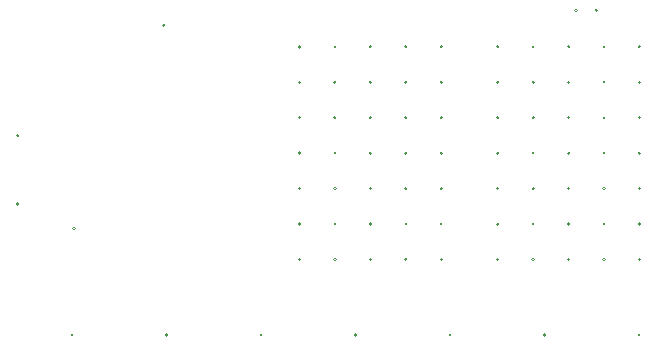
<source format=gbr>
%TF.GenerationSoftware,KiCad,Pcbnew,7.0.6*%
%TF.CreationDate,2024-06-03T18:18:50-04:00*%
%TF.ProjectId,V3,56332e6b-6963-4616-945f-706362585858,rev?*%
%TF.SameCoordinates,Original*%
%TF.FileFunction,Other,Comment*%
%FSLAX46Y46*%
G04 Gerber Fmt 4.6, Leading zero omitted, Abs format (unit mm)*
G04 Created by KiCad (PCBNEW 7.0.6) date 2024-06-03 18:18:50*
%MOMM*%
%LPD*%
G01*
G04 APERTURE LIST*
%ADD10C,0.100000*%
G04 APERTURE END LIST*
D10*
%TO.C,LED21*%
X125177000Y-145336600D02*
G75*
G03*
X125177000Y-145336600I-100000J0D01*
G01*
%TO.C,LED22*%
X128177000Y-145336600D02*
G75*
G03*
X128177000Y-145336600I-100000J0D01*
G01*
%TO.C,LED15*%
X137177000Y-139336600D02*
G75*
G03*
X137177000Y-139336600I-100000J0D01*
G01*
%TO.C,LED32*%
X128177000Y-151336600D02*
G75*
G03*
X128177000Y-151336600I-100000J0D01*
G01*
%TO.C,LED3*%
X131177000Y-133336600D02*
G75*
G03*
X131177000Y-133336600I-100000J0D01*
G01*
%TO.C,LED59*%
X150956800Y-145336600D02*
G75*
G03*
X150956800Y-145336600I-100000J0D01*
G01*
%TO.C,LED70*%
X153956800Y-151336600D02*
G75*
G03*
X153956800Y-151336600I-100000J0D01*
G01*
%TO.C,LED42*%
X144956800Y-136336600D02*
G75*
G03*
X144956800Y-136336600I-100000J0D01*
G01*
%TO.C,LED26*%
X125177000Y-148336600D02*
G75*
G03*
X125177000Y-148336600I-100000J0D01*
G01*
%TO.C,LED66*%
X141956800Y-151336600D02*
G75*
G03*
X141956800Y-151336600I-100000J0D01*
G01*
%TO.C,LED30*%
X137177000Y-148336600D02*
G75*
G03*
X137177000Y-148336600I-100000J0D01*
G01*
%TO.C,LED65*%
X153956800Y-148336600D02*
G75*
G03*
X153956800Y-148336600I-100000J0D01*
G01*
%TO.C,LED62*%
X144956800Y-148336600D02*
G75*
G03*
X144956800Y-148336600I-100000J0D01*
G01*
%TO.C,LED20*%
X137177000Y-142336600D02*
G75*
G03*
X137177000Y-142336600I-100000J0D01*
G01*
%TO.C,LED56*%
X141956800Y-145336600D02*
G75*
G03*
X141956800Y-145336600I-100000J0D01*
G01*
%TO.C,LED14*%
X134177000Y-139336600D02*
G75*
G03*
X134177000Y-139336600I-100000J0D01*
G01*
%TO.C,LED58*%
X147956800Y-145336600D02*
G75*
G03*
X147956800Y-145336600I-100000J0D01*
G01*
%TO.C,LED23*%
X131177000Y-145336600D02*
G75*
G03*
X131177000Y-145336600I-100000J0D01*
G01*
%TO.C,LED31*%
X125177000Y-151336600D02*
G75*
G03*
X125177000Y-151336600I-100000J0D01*
G01*
%TO.C,LED16*%
X125177000Y-142336600D02*
G75*
G03*
X125177000Y-142336600I-100000J0D01*
G01*
%TO.C,LED18*%
X131177000Y-142336600D02*
G75*
G03*
X131177000Y-142336600I-100000J0D01*
G01*
%TO.C,LED64*%
X150956800Y-148336600D02*
G75*
G03*
X150956800Y-148336600I-100000J0D01*
G01*
%TO.C,LED72*%
X113916100Y-157733700D02*
G75*
G03*
X113916100Y-157733700I-100000J0D01*
G01*
%TO.C,LED10*%
X137177000Y-136336600D02*
G75*
G03*
X137177000Y-136336600I-100000J0D01*
G01*
%TO.C,USB1*%
X101333900Y-146628600D02*
G75*
G03*
X101333900Y-146628600I-120000J0D01*
G01*
X101333900Y-140848600D02*
G75*
G03*
X101333900Y-140848600I-120000J0D01*
G01*
%TO.C,LED50*%
X153956800Y-139336600D02*
G75*
G03*
X153956800Y-139336600I-100000J0D01*
G01*
%TO.C,LED67*%
X144956800Y-151336600D02*
G75*
G03*
X144956800Y-151336600I-100000J0D01*
G01*
%TO.C,LED29*%
X134177000Y-148336600D02*
G75*
G03*
X134177000Y-148336600I-100000J0D01*
G01*
%TO.C,LED8*%
X131177000Y-136336600D02*
G75*
G03*
X131177000Y-136336600I-100000J0D01*
G01*
%TO.C,LED44*%
X150956800Y-136336600D02*
G75*
G03*
X150956800Y-136336600I-100000J0D01*
G01*
%TO.C,LED45*%
X153956800Y-136336600D02*
G75*
G03*
X153956800Y-136336600I-100000J0D01*
G01*
%TO.C,LED63*%
X147956800Y-148336600D02*
G75*
G03*
X147956800Y-148336600I-100000J0D01*
G01*
%TO.C,LED40*%
X153956800Y-133336600D02*
G75*
G03*
X153956800Y-133336600I-100000J0D01*
G01*
%TO.C,LED1*%
X125177000Y-133336600D02*
G75*
G03*
X125177000Y-133336600I-100000J0D01*
G01*
%TO.C,LED76*%
X145916100Y-157733700D02*
G75*
G03*
X145916100Y-157733700I-100000J0D01*
G01*
%TO.C,LED47*%
X144956800Y-139336600D02*
G75*
G03*
X144956800Y-139336600I-100000J0D01*
G01*
%TO.C,LED34*%
X134177000Y-151336600D02*
G75*
G03*
X134177000Y-151336600I-100000J0D01*
G01*
%TO.C,LED19*%
X134177000Y-142336600D02*
G75*
G03*
X134177000Y-142336600I-100000J0D01*
G01*
%TO.C,LED24*%
X134177000Y-145336600D02*
G75*
G03*
X134177000Y-145336600I-100000J0D01*
G01*
%TO.C,LED41*%
X141956800Y-136336600D02*
G75*
G03*
X141956800Y-136336600I-100000J0D01*
G01*
%TO.C,LED57*%
X144956800Y-145336600D02*
G75*
G03*
X144956800Y-145336600I-100000J0D01*
G01*
%TO.C,LED69*%
X150956800Y-151336600D02*
G75*
G03*
X150956800Y-151336600I-100000J0D01*
G01*
%TO.C,LED68*%
X147956800Y-151336600D02*
G75*
G03*
X147956800Y-151336600I-100000J0D01*
G01*
%TO.C,LED6*%
X125177000Y-136336600D02*
G75*
G03*
X125177000Y-136336600I-100000J0D01*
G01*
%TO.C,LED7*%
X128177000Y-136336600D02*
G75*
G03*
X128177000Y-136336600I-100000J0D01*
G01*
%TO.C,LED52*%
X144956800Y-142336600D02*
G75*
G03*
X144956800Y-142336600I-100000J0D01*
G01*
%TO.C,LED77*%
X153916100Y-157733700D02*
G75*
G03*
X153916100Y-157733700I-100000J0D01*
G01*
%TO.C,LED61*%
X141956800Y-148336600D02*
G75*
G03*
X141956800Y-148336600I-100000J0D01*
G01*
%TO.C,LED71*%
X105916100Y-157733700D02*
G75*
G03*
X105916100Y-157733700I-100000J0D01*
G01*
%TO.C,LED60*%
X153956800Y-145336600D02*
G75*
G03*
X153956800Y-145336600I-100000J0D01*
G01*
%TO.C,LED37*%
X144956800Y-133336600D02*
G75*
G03*
X144956800Y-133336600I-100000J0D01*
G01*
%TO.C,LED49*%
X150956800Y-139336600D02*
G75*
G03*
X150956800Y-139336600I-100000J0D01*
G01*
%TO.C,U1*%
X106126400Y-148707800D02*
G75*
G03*
X106126400Y-148707800I-150000J0D01*
G01*
%TO.C,LED11*%
X125177000Y-139336600D02*
G75*
G03*
X125177000Y-139336600I-100000J0D01*
G01*
%TO.C,LED25*%
X137177000Y-145336600D02*
G75*
G03*
X137177000Y-145336600I-100000J0D01*
G01*
%TO.C,LED27*%
X128177000Y-148336600D02*
G75*
G03*
X128177000Y-148336600I-100000J0D01*
G01*
%TO.C,LED9*%
X134177000Y-136336600D02*
G75*
G03*
X134177000Y-136336600I-100000J0D01*
G01*
%TO.C,LED33*%
X131177000Y-151336600D02*
G75*
G03*
X131177000Y-151336600I-100000J0D01*
G01*
%TO.C,LED13*%
X131177000Y-139336600D02*
G75*
G03*
X131177000Y-139336600I-100000J0D01*
G01*
%TO.C,LED17*%
X128177000Y-142336600D02*
G75*
G03*
X128177000Y-142336600I-100000J0D01*
G01*
%TO.C,LED55*%
X153956800Y-142336600D02*
G75*
G03*
X153956800Y-142336600I-100000J0D01*
G01*
%TO.C,LED51*%
X141956800Y-142336600D02*
G75*
G03*
X141956800Y-142336600I-100000J0D01*
G01*
%TO.C,LED36*%
X141956800Y-133336600D02*
G75*
G03*
X141956800Y-133336600I-100000J0D01*
G01*
%TO.C,LED74*%
X129916100Y-157733700D02*
G75*
G03*
X129916100Y-157733700I-100000J0D01*
G01*
%TO.C,LED53*%
X147956800Y-142336600D02*
G75*
G03*
X147956800Y-142336600I-100000J0D01*
G01*
%TO.C,LED38*%
X147956800Y-133336600D02*
G75*
G03*
X147956800Y-133336600I-100000J0D01*
G01*
%TO.C,LED46*%
X141956800Y-139336600D02*
G75*
G03*
X141956800Y-139336600I-100000J0D01*
G01*
%TO.C,LED5*%
X137177000Y-133336600D02*
G75*
G03*
X137177000Y-133336600I-100000J0D01*
G01*
%TO.C,LED4*%
X134177000Y-133336600D02*
G75*
G03*
X134177000Y-133336600I-100000J0D01*
G01*
%TO.C,LED75*%
X137916100Y-157733700D02*
G75*
G03*
X137916100Y-157733700I-100000J0D01*
G01*
%TO.C,X1*%
X113676600Y-131509000D02*
G75*
G03*
X113676600Y-131509000I-100000J0D01*
G01*
%TO.C,LED48*%
X147956800Y-139336600D02*
G75*
G03*
X147956800Y-139336600I-100000J0D01*
G01*
%TO.C,LED54*%
X150956800Y-142336600D02*
G75*
G03*
X150956800Y-142336600I-100000J0D01*
G01*
%TO.C,LED35*%
X137177000Y-151336600D02*
G75*
G03*
X137177000Y-151336600I-100000J0D01*
G01*
%TO.C,LED28*%
X131177000Y-148336600D02*
G75*
G03*
X131177000Y-148336600I-100000J0D01*
G01*
%TO.C,LED39*%
X150956800Y-133336600D02*
G75*
G03*
X150956800Y-133336600I-100000J0D01*
G01*
%TO.C,LED43*%
X147956800Y-136336600D02*
G75*
G03*
X147956800Y-136336600I-100000J0D01*
G01*
%TO.C,LED2*%
X128177000Y-133336600D02*
G75*
G03*
X128177000Y-133336600I-100000J0D01*
G01*
%TO.C,LED73*%
X121916100Y-157733700D02*
G75*
G03*
X121916100Y-157733700I-100000J0D01*
G01*
%TO.C,LED12*%
X128177000Y-139336600D02*
G75*
G03*
X128177000Y-139336600I-100000J0D01*
G01*
%TO.C,SW1*%
X150308000Y-130225800D02*
G75*
G03*
X150308000Y-130225800I-120000J0D01*
G01*
X148608000Y-130225800D02*
G75*
G03*
X148608000Y-130225800I-120000J0D01*
G01*
%TD*%
M02*

</source>
